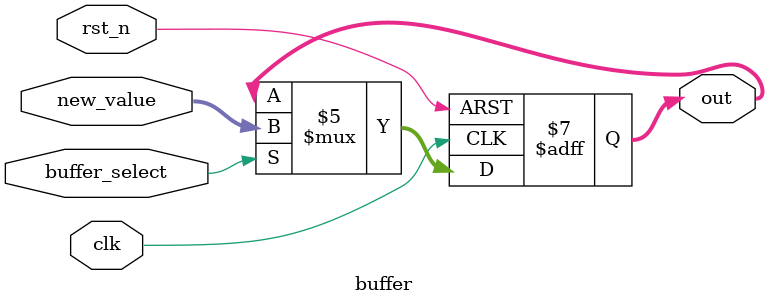
<source format=v>
module buffer(new_value, buffer_select, clk, rst_n, out);
    
    input [54:0] new_value;
    input clk, rst_n, buffer_select;
    output reg [54:0] out;
    
    always@(posedge clk, negedge rst_n)begin
        // Reset
        if(~rst_n)begin
           out <= 55'b0;
        end
        
        // Otherwise
        else begin
        if(buffer_select == 1'b1)
            out <= new_value;
        else
            out <= out;
        end // else
        
    end // Always
endmodule

</source>
